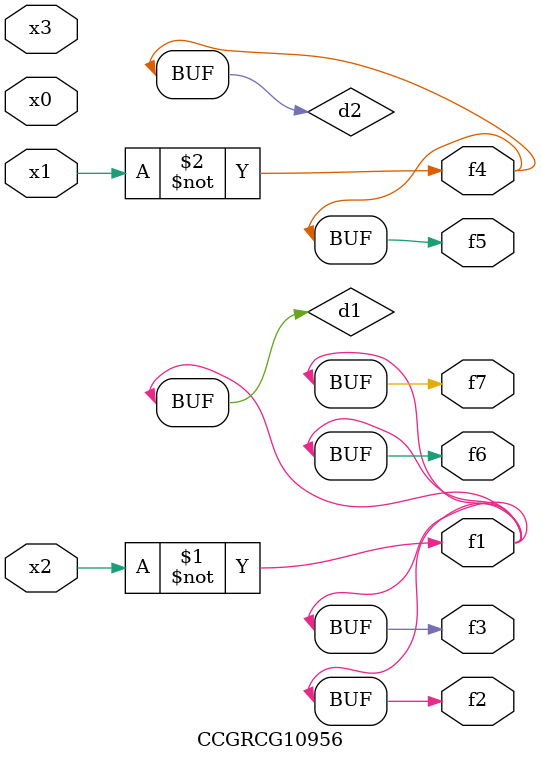
<source format=v>
module CCGRCG10956(
	input x0, x1, x2, x3,
	output f1, f2, f3, f4, f5, f6, f7
);

	wire d1, d2;

	xnor (d1, x2);
	not (d2, x1);
	assign f1 = d1;
	assign f2 = d1;
	assign f3 = d1;
	assign f4 = d2;
	assign f5 = d2;
	assign f6 = d1;
	assign f7 = d1;
endmodule

</source>
